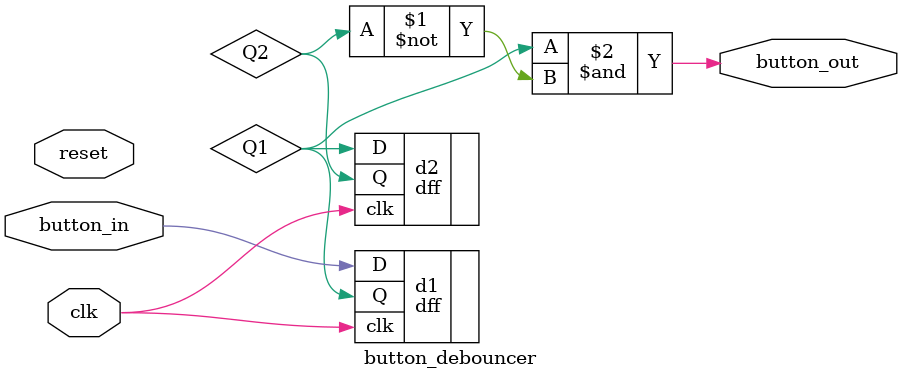
<source format=v>
`timescale 1ns / 1ps


module button_debouncer(
    input clk, reset,
    input button_in,
    output button_out
    );
    
    wire Q1, Q2;
    
    dff d1(.clk(clk),.D(button_in), .Q(Q1));
    dff d2(.clk(clk),.D(Q1), .Q(Q2));
    
    assign button_out = Q1 & ~Q2;
    
endmodule

</source>
